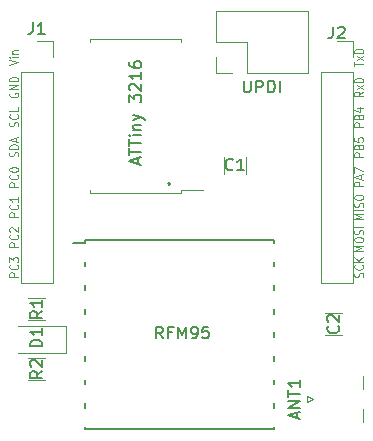
<source format=gto>
%TF.GenerationSoftware,KiCad,Pcbnew,(5.1.10)-1*%
%TF.CreationDate,2021-12-26T22:15:38+01:00*%
%TF.ProjectId,LORA_ATTINY_v3,4c4f5241-5f41-4545-9449-4e595f76332e,rev?*%
%TF.SameCoordinates,Original*%
%TF.FileFunction,Legend,Top*%
%TF.FilePolarity,Positive*%
%FSLAX46Y46*%
G04 Gerber Fmt 4.6, Leading zero omitted, Abs format (unit mm)*
G04 Created by KiCad (PCBNEW (5.1.10)-1) date 2021-12-26 22:15:38*
%MOMM*%
%LPD*%
G01*
G04 APERTURE LIST*
%ADD10C,0.250000*%
%ADD11C,0.100000*%
%ADD12C,0.120000*%
%ADD13C,0.200000*%
%ADD14C,0.150000*%
G04 APERTURE END LIST*
D10*
X69596000Y-56364142D02*
X69643619Y-56411761D01*
X69596000Y-56459380D01*
X69548380Y-56411761D01*
X69596000Y-56364142D01*
X69596000Y-56459380D01*
D11*
X56854285Y-64304761D02*
X56104285Y-64304761D01*
X56104285Y-64057142D01*
X56140000Y-63995238D01*
X56175714Y-63964285D01*
X56247142Y-63933333D01*
X56354285Y-63933333D01*
X56425714Y-63964285D01*
X56461428Y-63995238D01*
X56497142Y-64057142D01*
X56497142Y-64304761D01*
X56782857Y-63283333D02*
X56818571Y-63314285D01*
X56854285Y-63407142D01*
X56854285Y-63469047D01*
X56818571Y-63561904D01*
X56747142Y-63623809D01*
X56675714Y-63654761D01*
X56532857Y-63685714D01*
X56425714Y-63685714D01*
X56282857Y-63654761D01*
X56211428Y-63623809D01*
X56140000Y-63561904D01*
X56104285Y-63469047D01*
X56104285Y-63407142D01*
X56140000Y-63314285D01*
X56175714Y-63283333D01*
X56104285Y-63066666D02*
X56104285Y-62664285D01*
X56390000Y-62880952D01*
X56390000Y-62788095D01*
X56425714Y-62726190D01*
X56461428Y-62695238D01*
X56532857Y-62664285D01*
X56711428Y-62664285D01*
X56782857Y-62695238D01*
X56818571Y-62726190D01*
X56854285Y-62788095D01*
X56854285Y-62973809D01*
X56818571Y-63035714D01*
X56782857Y-63066666D01*
X56854285Y-61764761D02*
X56104285Y-61764761D01*
X56104285Y-61517142D01*
X56140000Y-61455238D01*
X56175714Y-61424285D01*
X56247142Y-61393333D01*
X56354285Y-61393333D01*
X56425714Y-61424285D01*
X56461428Y-61455238D01*
X56497142Y-61517142D01*
X56497142Y-61764761D01*
X56782857Y-60743333D02*
X56818571Y-60774285D01*
X56854285Y-60867142D01*
X56854285Y-60929047D01*
X56818571Y-61021904D01*
X56747142Y-61083809D01*
X56675714Y-61114761D01*
X56532857Y-61145714D01*
X56425714Y-61145714D01*
X56282857Y-61114761D01*
X56211428Y-61083809D01*
X56140000Y-61021904D01*
X56104285Y-60929047D01*
X56104285Y-60867142D01*
X56140000Y-60774285D01*
X56175714Y-60743333D01*
X56175714Y-60495714D02*
X56140000Y-60464761D01*
X56104285Y-60402857D01*
X56104285Y-60248095D01*
X56140000Y-60186190D01*
X56175714Y-60155238D01*
X56247142Y-60124285D01*
X56318571Y-60124285D01*
X56425714Y-60155238D01*
X56854285Y-60526666D01*
X56854285Y-60124285D01*
X56854285Y-59224761D02*
X56104285Y-59224761D01*
X56104285Y-58977142D01*
X56140000Y-58915238D01*
X56175714Y-58884285D01*
X56247142Y-58853333D01*
X56354285Y-58853333D01*
X56425714Y-58884285D01*
X56461428Y-58915238D01*
X56497142Y-58977142D01*
X56497142Y-59224761D01*
X56782857Y-58203333D02*
X56818571Y-58234285D01*
X56854285Y-58327142D01*
X56854285Y-58389047D01*
X56818571Y-58481904D01*
X56747142Y-58543809D01*
X56675714Y-58574761D01*
X56532857Y-58605714D01*
X56425714Y-58605714D01*
X56282857Y-58574761D01*
X56211428Y-58543809D01*
X56140000Y-58481904D01*
X56104285Y-58389047D01*
X56104285Y-58327142D01*
X56140000Y-58234285D01*
X56175714Y-58203333D01*
X56854285Y-57584285D02*
X56854285Y-57955714D01*
X56854285Y-57770000D02*
X56104285Y-57770000D01*
X56211428Y-57831904D01*
X56282857Y-57893809D01*
X56318571Y-57955714D01*
X56854285Y-56684761D02*
X56104285Y-56684761D01*
X56104285Y-56437142D01*
X56140000Y-56375238D01*
X56175714Y-56344285D01*
X56247142Y-56313333D01*
X56354285Y-56313333D01*
X56425714Y-56344285D01*
X56461428Y-56375238D01*
X56497142Y-56437142D01*
X56497142Y-56684761D01*
X56782857Y-55663333D02*
X56818571Y-55694285D01*
X56854285Y-55787142D01*
X56854285Y-55849047D01*
X56818571Y-55941904D01*
X56747142Y-56003809D01*
X56675714Y-56034761D01*
X56532857Y-56065714D01*
X56425714Y-56065714D01*
X56282857Y-56034761D01*
X56211428Y-56003809D01*
X56140000Y-55941904D01*
X56104285Y-55849047D01*
X56104285Y-55787142D01*
X56140000Y-55694285D01*
X56175714Y-55663333D01*
X56104285Y-55260952D02*
X56104285Y-55199047D01*
X56140000Y-55137142D01*
X56175714Y-55106190D01*
X56247142Y-55075238D01*
X56390000Y-55044285D01*
X56568571Y-55044285D01*
X56711428Y-55075238D01*
X56782857Y-55106190D01*
X56818571Y-55137142D01*
X56854285Y-55199047D01*
X56854285Y-55260952D01*
X56818571Y-55322857D01*
X56782857Y-55353809D01*
X56711428Y-55384761D01*
X56568571Y-55415714D01*
X56390000Y-55415714D01*
X56247142Y-55384761D01*
X56175714Y-55353809D01*
X56140000Y-55322857D01*
X56104285Y-55260952D01*
X56818571Y-54129285D02*
X56854285Y-54036428D01*
X56854285Y-53881666D01*
X56818571Y-53819761D01*
X56782857Y-53788809D01*
X56711428Y-53757857D01*
X56640000Y-53757857D01*
X56568571Y-53788809D01*
X56532857Y-53819761D01*
X56497142Y-53881666D01*
X56461428Y-54005476D01*
X56425714Y-54067380D01*
X56390000Y-54098333D01*
X56318571Y-54129285D01*
X56247142Y-54129285D01*
X56175714Y-54098333D01*
X56140000Y-54067380D01*
X56104285Y-54005476D01*
X56104285Y-53850714D01*
X56140000Y-53757857D01*
X56854285Y-53479285D02*
X56104285Y-53479285D01*
X56104285Y-53324523D01*
X56140000Y-53231666D01*
X56211428Y-53169761D01*
X56282857Y-53138809D01*
X56425714Y-53107857D01*
X56532857Y-53107857D01*
X56675714Y-53138809D01*
X56747142Y-53169761D01*
X56818571Y-53231666D01*
X56854285Y-53324523D01*
X56854285Y-53479285D01*
X56640000Y-52860238D02*
X56640000Y-52550714D01*
X56854285Y-52922142D02*
X56104285Y-52705476D01*
X56854285Y-52488809D01*
X56818571Y-51573809D02*
X56854285Y-51480952D01*
X56854285Y-51326190D01*
X56818571Y-51264285D01*
X56782857Y-51233333D01*
X56711428Y-51202380D01*
X56640000Y-51202380D01*
X56568571Y-51233333D01*
X56532857Y-51264285D01*
X56497142Y-51326190D01*
X56461428Y-51450000D01*
X56425714Y-51511904D01*
X56390000Y-51542857D01*
X56318571Y-51573809D01*
X56247142Y-51573809D01*
X56175714Y-51542857D01*
X56140000Y-51511904D01*
X56104285Y-51450000D01*
X56104285Y-51295238D01*
X56140000Y-51202380D01*
X56782857Y-50552380D02*
X56818571Y-50583333D01*
X56854285Y-50676190D01*
X56854285Y-50738095D01*
X56818571Y-50830952D01*
X56747142Y-50892857D01*
X56675714Y-50923809D01*
X56532857Y-50954761D01*
X56425714Y-50954761D01*
X56282857Y-50923809D01*
X56211428Y-50892857D01*
X56140000Y-50830952D01*
X56104285Y-50738095D01*
X56104285Y-50676190D01*
X56140000Y-50583333D01*
X56175714Y-50552380D01*
X56854285Y-49964285D02*
X56854285Y-50273809D01*
X56104285Y-50273809D01*
X56140000Y-48755238D02*
X56104285Y-48817142D01*
X56104285Y-48910000D01*
X56140000Y-49002857D01*
X56211428Y-49064761D01*
X56282857Y-49095714D01*
X56425714Y-49126666D01*
X56532857Y-49126666D01*
X56675714Y-49095714D01*
X56747142Y-49064761D01*
X56818571Y-49002857D01*
X56854285Y-48910000D01*
X56854285Y-48848095D01*
X56818571Y-48755238D01*
X56782857Y-48724285D01*
X56532857Y-48724285D01*
X56532857Y-48848095D01*
X56854285Y-48445714D02*
X56104285Y-48445714D01*
X56854285Y-48074285D01*
X56104285Y-48074285D01*
X56854285Y-47764761D02*
X56104285Y-47764761D01*
X56104285Y-47610000D01*
X56140000Y-47517142D01*
X56211428Y-47455238D01*
X56282857Y-47424285D01*
X56425714Y-47393333D01*
X56532857Y-47393333D01*
X56675714Y-47424285D01*
X56747142Y-47455238D01*
X56818571Y-47517142D01*
X56854285Y-47610000D01*
X56854285Y-47764761D01*
X56104285Y-46385476D02*
X56854285Y-46168809D01*
X56104285Y-45952142D01*
X56854285Y-45735476D02*
X56354285Y-45735476D01*
X56104285Y-45735476D02*
X56140000Y-45766428D01*
X56175714Y-45735476D01*
X56140000Y-45704523D01*
X56104285Y-45735476D01*
X56175714Y-45735476D01*
X56354285Y-45425952D02*
X56854285Y-45425952D01*
X56425714Y-45425952D02*
X56390000Y-45395000D01*
X56354285Y-45333095D01*
X56354285Y-45240238D01*
X56390000Y-45178333D01*
X56461428Y-45147380D01*
X56854285Y-45147380D01*
X85314285Y-46493809D02*
X85314285Y-46122380D01*
X86064285Y-46308095D02*
X85314285Y-46308095D01*
X86064285Y-45967619D02*
X85564285Y-45627142D01*
X85564285Y-45967619D02*
X86064285Y-45627142D01*
X86064285Y-45379523D02*
X85314285Y-45379523D01*
X85314285Y-45224761D01*
X85350000Y-45131904D01*
X85421428Y-45070000D01*
X85492857Y-45039047D01*
X85635714Y-45008095D01*
X85742857Y-45008095D01*
X85885714Y-45039047D01*
X85957142Y-45070000D01*
X86028571Y-45131904D01*
X86064285Y-45224761D01*
X86064285Y-45379523D01*
X86064285Y-48646904D02*
X85707142Y-48863571D01*
X86064285Y-49018333D02*
X85314285Y-49018333D01*
X85314285Y-48770714D01*
X85350000Y-48708809D01*
X85385714Y-48677857D01*
X85457142Y-48646904D01*
X85564285Y-48646904D01*
X85635714Y-48677857D01*
X85671428Y-48708809D01*
X85707142Y-48770714D01*
X85707142Y-49018333D01*
X86064285Y-48430238D02*
X85564285Y-48089761D01*
X85564285Y-48430238D02*
X86064285Y-48089761D01*
X86064285Y-47842142D02*
X85314285Y-47842142D01*
X85314285Y-47687380D01*
X85350000Y-47594523D01*
X85421428Y-47532619D01*
X85492857Y-47501666D01*
X85635714Y-47470714D01*
X85742857Y-47470714D01*
X85885714Y-47501666D01*
X85957142Y-47532619D01*
X86028571Y-47594523D01*
X86064285Y-47687380D01*
X86064285Y-47842142D01*
X86064285Y-51604761D02*
X85314285Y-51604761D01*
X85314285Y-51357142D01*
X85350000Y-51295238D01*
X85385714Y-51264285D01*
X85457142Y-51233333D01*
X85564285Y-51233333D01*
X85635714Y-51264285D01*
X85671428Y-51295238D01*
X85707142Y-51357142D01*
X85707142Y-51604761D01*
X85671428Y-50738095D02*
X85707142Y-50645238D01*
X85742857Y-50614285D01*
X85814285Y-50583333D01*
X85921428Y-50583333D01*
X85992857Y-50614285D01*
X86028571Y-50645238D01*
X86064285Y-50707142D01*
X86064285Y-50954761D01*
X85314285Y-50954761D01*
X85314285Y-50738095D01*
X85350000Y-50676190D01*
X85385714Y-50645238D01*
X85457142Y-50614285D01*
X85528571Y-50614285D01*
X85600000Y-50645238D01*
X85635714Y-50676190D01*
X85671428Y-50738095D01*
X85671428Y-50954761D01*
X85564285Y-50026190D02*
X86064285Y-50026190D01*
X85278571Y-50180952D02*
X85814285Y-50335714D01*
X85814285Y-49933333D01*
X86064285Y-54144761D02*
X85314285Y-54144761D01*
X85314285Y-53897142D01*
X85350000Y-53835238D01*
X85385714Y-53804285D01*
X85457142Y-53773333D01*
X85564285Y-53773333D01*
X85635714Y-53804285D01*
X85671428Y-53835238D01*
X85707142Y-53897142D01*
X85707142Y-54144761D01*
X85671428Y-53278095D02*
X85707142Y-53185238D01*
X85742857Y-53154285D01*
X85814285Y-53123333D01*
X85921428Y-53123333D01*
X85992857Y-53154285D01*
X86028571Y-53185238D01*
X86064285Y-53247142D01*
X86064285Y-53494761D01*
X85314285Y-53494761D01*
X85314285Y-53278095D01*
X85350000Y-53216190D01*
X85385714Y-53185238D01*
X85457142Y-53154285D01*
X85528571Y-53154285D01*
X85600000Y-53185238D01*
X85635714Y-53216190D01*
X85671428Y-53278095D01*
X85671428Y-53494761D01*
X85314285Y-52535238D02*
X85314285Y-52844761D01*
X85671428Y-52875714D01*
X85635714Y-52844761D01*
X85600000Y-52782857D01*
X85600000Y-52628095D01*
X85635714Y-52566190D01*
X85671428Y-52535238D01*
X85742857Y-52504285D01*
X85921428Y-52504285D01*
X85992857Y-52535238D01*
X86028571Y-52566190D01*
X86064285Y-52628095D01*
X86064285Y-52782857D01*
X86028571Y-52844761D01*
X85992857Y-52875714D01*
X86064285Y-56638333D02*
X85314285Y-56638333D01*
X85314285Y-56390714D01*
X85350000Y-56328809D01*
X85385714Y-56297857D01*
X85457142Y-56266904D01*
X85564285Y-56266904D01*
X85635714Y-56297857D01*
X85671428Y-56328809D01*
X85707142Y-56390714D01*
X85707142Y-56638333D01*
X85850000Y-56019285D02*
X85850000Y-55709761D01*
X86064285Y-56081190D02*
X85314285Y-55864523D01*
X86064285Y-55647857D01*
X85314285Y-55493095D02*
X85314285Y-55059761D01*
X86064285Y-55338333D01*
X86064285Y-59441428D02*
X85314285Y-59441428D01*
X85850000Y-59224761D01*
X85314285Y-59008095D01*
X86064285Y-59008095D01*
X86064285Y-58698571D02*
X85314285Y-58698571D01*
X86028571Y-58420000D02*
X86064285Y-58327142D01*
X86064285Y-58172380D01*
X86028571Y-58110476D01*
X85992857Y-58079523D01*
X85921428Y-58048571D01*
X85850000Y-58048571D01*
X85778571Y-58079523D01*
X85742857Y-58110476D01*
X85707142Y-58172380D01*
X85671428Y-58296190D01*
X85635714Y-58358095D01*
X85600000Y-58389047D01*
X85528571Y-58420000D01*
X85457142Y-58420000D01*
X85385714Y-58389047D01*
X85350000Y-58358095D01*
X85314285Y-58296190D01*
X85314285Y-58141428D01*
X85350000Y-58048571D01*
X85314285Y-57646190D02*
X85314285Y-57522380D01*
X85350000Y-57460476D01*
X85421428Y-57398571D01*
X85564285Y-57367619D01*
X85814285Y-57367619D01*
X85957142Y-57398571D01*
X86028571Y-57460476D01*
X86064285Y-57522380D01*
X86064285Y-57646190D01*
X86028571Y-57708095D01*
X85957142Y-57770000D01*
X85814285Y-57800952D01*
X85564285Y-57800952D01*
X85421428Y-57770000D01*
X85350000Y-57708095D01*
X85314285Y-57646190D01*
X86064285Y-62108428D02*
X85314285Y-62108428D01*
X85850000Y-61891761D01*
X85314285Y-61675095D01*
X86064285Y-61675095D01*
X85314285Y-61241761D02*
X85314285Y-61117952D01*
X85350000Y-61056047D01*
X85421428Y-60994142D01*
X85564285Y-60963190D01*
X85814285Y-60963190D01*
X85957142Y-60994142D01*
X86028571Y-61056047D01*
X86064285Y-61117952D01*
X86064285Y-61241761D01*
X86028571Y-61303666D01*
X85957142Y-61365571D01*
X85814285Y-61396523D01*
X85564285Y-61396523D01*
X85421428Y-61365571D01*
X85350000Y-61303666D01*
X85314285Y-61241761D01*
X86028571Y-60715571D02*
X86064285Y-60622714D01*
X86064285Y-60467952D01*
X86028571Y-60406047D01*
X85992857Y-60375095D01*
X85921428Y-60344142D01*
X85850000Y-60344142D01*
X85778571Y-60375095D01*
X85742857Y-60406047D01*
X85707142Y-60467952D01*
X85671428Y-60591761D01*
X85635714Y-60653666D01*
X85600000Y-60684619D01*
X85528571Y-60715571D01*
X85457142Y-60715571D01*
X85385714Y-60684619D01*
X85350000Y-60653666D01*
X85314285Y-60591761D01*
X85314285Y-60437000D01*
X85350000Y-60344142D01*
X86064285Y-60065571D02*
X85314285Y-60065571D01*
X86028571Y-64335714D02*
X86064285Y-64242857D01*
X86064285Y-64088095D01*
X86028571Y-64026190D01*
X85992857Y-63995238D01*
X85921428Y-63964285D01*
X85850000Y-63964285D01*
X85778571Y-63995238D01*
X85742857Y-64026190D01*
X85707142Y-64088095D01*
X85671428Y-64211904D01*
X85635714Y-64273809D01*
X85600000Y-64304761D01*
X85528571Y-64335714D01*
X85457142Y-64335714D01*
X85385714Y-64304761D01*
X85350000Y-64273809D01*
X85314285Y-64211904D01*
X85314285Y-64057142D01*
X85350000Y-63964285D01*
X85992857Y-63314285D02*
X86028571Y-63345238D01*
X86064285Y-63438095D01*
X86064285Y-63500000D01*
X86028571Y-63592857D01*
X85957142Y-63654761D01*
X85885714Y-63685714D01*
X85742857Y-63716666D01*
X85635714Y-63716666D01*
X85492857Y-63685714D01*
X85421428Y-63654761D01*
X85350000Y-63592857D01*
X85314285Y-63500000D01*
X85314285Y-63438095D01*
X85350000Y-63345238D01*
X85385714Y-63314285D01*
X86064285Y-63035714D02*
X85314285Y-63035714D01*
X86064285Y-62664285D02*
X85635714Y-62942857D01*
X85314285Y-62664285D02*
X85742857Y-63035714D01*
D12*
%TO.C,ANT1*%
X86074000Y-73836000D02*
X86074000Y-72726000D01*
X86074000Y-76626000D02*
X86074000Y-75516000D01*
X81814000Y-74676000D02*
X81314000Y-74426000D01*
X81314000Y-74426000D02*
X81314000Y-74926000D01*
X81314000Y-74926000D02*
X81814000Y-74676000D01*
%TO.C,C1*%
X76094000Y-55575252D02*
X76094000Y-54152748D01*
X74274000Y-55575252D02*
X74274000Y-54152748D01*
%TO.C,C2*%
X82854748Y-67416000D02*
X84277252Y-67416000D01*
X82854748Y-69236000D02*
X84277252Y-69236000D01*
%TO.C,D1*%
X60880000Y-68461000D02*
X56820000Y-68461000D01*
X60880000Y-70731000D02*
X60880000Y-68461000D01*
X56820000Y-70731000D02*
X60880000Y-70731000D01*
%TO.C,J1*%
X58420000Y-44390000D02*
X59750000Y-44390000D01*
X59750000Y-44390000D02*
X59750000Y-45720000D01*
X59750000Y-46990000D02*
X59750000Y-64830000D01*
X57090000Y-64830000D02*
X59750000Y-64830000D01*
X57090000Y-46990000D02*
X57090000Y-64830000D01*
X57090000Y-46990000D02*
X59750000Y-46990000D01*
%TO.C,J2*%
X82490000Y-46990000D02*
X85150000Y-46990000D01*
X82490000Y-46990000D02*
X82490000Y-64830000D01*
X82490000Y-64830000D02*
X85150000Y-64830000D01*
X85150000Y-46990000D02*
X85150000Y-64830000D01*
X85150000Y-44390000D02*
X85150000Y-45720000D01*
X83820000Y-44390000D02*
X85150000Y-44390000D01*
%TO.C,UPDI*%
X73600000Y-47050000D02*
X73600000Y-45720000D01*
X74930000Y-47050000D02*
X73600000Y-47050000D01*
X73600000Y-44450000D02*
X73600000Y-41850000D01*
X76200000Y-44450000D02*
X73600000Y-44450000D01*
X76200000Y-47050000D02*
X76200000Y-44450000D01*
X73600000Y-41850000D02*
X81340000Y-41850000D01*
X76200000Y-47050000D02*
X81340000Y-47050000D01*
X81340000Y-47050000D02*
X81340000Y-41850000D01*
%TO.C,R1*%
X57692936Y-66146000D02*
X59147064Y-66146000D01*
X57692936Y-67966000D02*
X59147064Y-67966000D01*
%TO.C,R2*%
X59147064Y-71226000D02*
X57692936Y-71226000D01*
X59147064Y-73046000D02*
X57692936Y-73046000D01*
D13*
%TO.C,RFM95*%
X62484000Y-61230000D02*
X78484000Y-61230000D01*
X62484000Y-73030000D02*
X62484000Y-73430000D01*
X62484000Y-71030000D02*
X62484000Y-71430000D01*
X62484000Y-69030000D02*
X62484000Y-69430000D01*
X62484000Y-67030000D02*
X62484000Y-67430000D01*
X62484000Y-65430000D02*
X62484000Y-65030000D01*
X62484000Y-63430000D02*
X62484000Y-63030000D01*
X61484000Y-61430000D02*
X62484000Y-61430000D01*
X62484000Y-61430000D02*
X62484000Y-61230000D01*
X62484000Y-75030000D02*
X62484000Y-75430000D01*
X78484000Y-61230000D02*
X78484000Y-61430000D01*
X78484000Y-63030000D02*
X78484000Y-63430000D01*
X78484000Y-65030000D02*
X78484000Y-65430000D01*
X78484000Y-67030000D02*
X78484000Y-67430000D01*
X78484000Y-69030000D02*
X78484000Y-69430000D01*
X78484000Y-71030000D02*
X78484000Y-71430000D01*
X78484000Y-73030000D02*
X78484000Y-73430000D01*
X78484000Y-75030000D02*
X78484000Y-75430000D01*
X78484000Y-77030000D02*
X78484000Y-77230000D01*
X78484000Y-77230000D02*
X62484000Y-77230000D01*
X62484000Y-77230000D02*
X62484000Y-77030000D01*
D12*
%TO.C,ATTiny 3216*%
X70662000Y-56948000D02*
X72477000Y-56948000D01*
X70662000Y-57183000D02*
X70662000Y-56948000D01*
X66802000Y-57183000D02*
X70662000Y-57183000D01*
X62942000Y-57183000D02*
X62942000Y-56948000D01*
X66802000Y-57183000D02*
X62942000Y-57183000D01*
X70662000Y-44163000D02*
X70662000Y-44398000D01*
X66802000Y-44163000D02*
X70662000Y-44163000D01*
X62942000Y-44163000D02*
X62942000Y-44398000D01*
X66802000Y-44163000D02*
X62942000Y-44163000D01*
%TO.C,ANT1*%
D14*
X80430666Y-76295047D02*
X80430666Y-75818857D01*
X80716380Y-76390285D02*
X79716380Y-76056952D01*
X80716380Y-75723619D01*
X80716380Y-75390285D02*
X79716380Y-75390285D01*
X80716380Y-74818857D01*
X79716380Y-74818857D01*
X79716380Y-74485523D02*
X79716380Y-73914095D01*
X80716380Y-74199809D02*
X79716380Y-74199809D01*
X80716380Y-73056952D02*
X80716380Y-73628380D01*
X80716380Y-73342666D02*
X79716380Y-73342666D01*
X79859238Y-73437904D01*
X79954476Y-73533142D01*
X80002095Y-73628380D01*
%TO.C,C1*%
X75017333Y-55221142D02*
X74969714Y-55268761D01*
X74826857Y-55316380D01*
X74731619Y-55316380D01*
X74588761Y-55268761D01*
X74493523Y-55173523D01*
X74445904Y-55078285D01*
X74398285Y-54887809D01*
X74398285Y-54744952D01*
X74445904Y-54554476D01*
X74493523Y-54459238D01*
X74588761Y-54364000D01*
X74731619Y-54316380D01*
X74826857Y-54316380D01*
X74969714Y-54364000D01*
X75017333Y-54411619D01*
X75969714Y-55316380D02*
X75398285Y-55316380D01*
X75684000Y-55316380D02*
X75684000Y-54316380D01*
X75588761Y-54459238D01*
X75493523Y-54554476D01*
X75398285Y-54602095D01*
%TO.C,C2*%
X83923142Y-68492666D02*
X83970761Y-68540285D01*
X84018380Y-68683142D01*
X84018380Y-68778380D01*
X83970761Y-68921238D01*
X83875523Y-69016476D01*
X83780285Y-69064095D01*
X83589809Y-69111714D01*
X83446952Y-69111714D01*
X83256476Y-69064095D01*
X83161238Y-69016476D01*
X83066000Y-68921238D01*
X83018380Y-68778380D01*
X83018380Y-68683142D01*
X83066000Y-68540285D01*
X83113619Y-68492666D01*
X83113619Y-68111714D02*
X83066000Y-68064095D01*
X83018380Y-67968857D01*
X83018380Y-67730761D01*
X83066000Y-67635523D01*
X83113619Y-67587904D01*
X83208857Y-67540285D01*
X83304095Y-67540285D01*
X83446952Y-67587904D01*
X84018380Y-68159333D01*
X84018380Y-67540285D01*
%TO.C,D1*%
X58872380Y-70207095D02*
X57872380Y-70207095D01*
X57872380Y-69969000D01*
X57920000Y-69826142D01*
X58015238Y-69730904D01*
X58110476Y-69683285D01*
X58300952Y-69635666D01*
X58443809Y-69635666D01*
X58634285Y-69683285D01*
X58729523Y-69730904D01*
X58824761Y-69826142D01*
X58872380Y-69969000D01*
X58872380Y-70207095D01*
X58872380Y-68683285D02*
X58872380Y-69254714D01*
X58872380Y-68969000D02*
X57872380Y-68969000D01*
X58015238Y-69064238D01*
X58110476Y-69159476D01*
X58158095Y-69254714D01*
%TO.C,J1*%
X58086666Y-42759380D02*
X58086666Y-43473666D01*
X58039047Y-43616523D01*
X57943809Y-43711761D01*
X57800952Y-43759380D01*
X57705714Y-43759380D01*
X59086666Y-43759380D02*
X58515238Y-43759380D01*
X58800952Y-43759380D02*
X58800952Y-42759380D01*
X58705714Y-42902238D01*
X58610476Y-42997476D01*
X58515238Y-43045095D01*
%TO.C,J2*%
X83486666Y-43140380D02*
X83486666Y-43854666D01*
X83439047Y-43997523D01*
X83343809Y-44092761D01*
X83200952Y-44140380D01*
X83105714Y-44140380D01*
X83915238Y-43235619D02*
X83962857Y-43188000D01*
X84058095Y-43140380D01*
X84296190Y-43140380D01*
X84391428Y-43188000D01*
X84439047Y-43235619D01*
X84486666Y-43330857D01*
X84486666Y-43426095D01*
X84439047Y-43568952D01*
X83867619Y-44140380D01*
X84486666Y-44140380D01*
%TO.C,UPDI*%
X75946190Y-47712380D02*
X75946190Y-48521904D01*
X75993809Y-48617142D01*
X76041428Y-48664761D01*
X76136666Y-48712380D01*
X76327142Y-48712380D01*
X76422380Y-48664761D01*
X76470000Y-48617142D01*
X76517619Y-48521904D01*
X76517619Y-47712380D01*
X76993809Y-48712380D02*
X76993809Y-47712380D01*
X77374761Y-47712380D01*
X77470000Y-47760000D01*
X77517619Y-47807619D01*
X77565238Y-47902857D01*
X77565238Y-48045714D01*
X77517619Y-48140952D01*
X77470000Y-48188571D01*
X77374761Y-48236190D01*
X76993809Y-48236190D01*
X77993809Y-48712380D02*
X77993809Y-47712380D01*
X78231904Y-47712380D01*
X78374761Y-47760000D01*
X78470000Y-47855238D01*
X78517619Y-47950476D01*
X78565238Y-48140952D01*
X78565238Y-48283809D01*
X78517619Y-48474285D01*
X78470000Y-48569523D01*
X78374761Y-48664761D01*
X78231904Y-48712380D01*
X77993809Y-48712380D01*
X78993809Y-48712380D02*
X78993809Y-47712380D01*
%TO.C,R1*%
X58872380Y-67222666D02*
X58396190Y-67556000D01*
X58872380Y-67794095D02*
X57872380Y-67794095D01*
X57872380Y-67413142D01*
X57920000Y-67317904D01*
X57967619Y-67270285D01*
X58062857Y-67222666D01*
X58205714Y-67222666D01*
X58300952Y-67270285D01*
X58348571Y-67317904D01*
X58396190Y-67413142D01*
X58396190Y-67794095D01*
X58872380Y-66270285D02*
X58872380Y-66841714D01*
X58872380Y-66556000D02*
X57872380Y-66556000D01*
X58015238Y-66651238D01*
X58110476Y-66746476D01*
X58158095Y-66841714D01*
%TO.C,R2*%
X58872380Y-72302666D02*
X58396190Y-72636000D01*
X58872380Y-72874095D02*
X57872380Y-72874095D01*
X57872380Y-72493142D01*
X57920000Y-72397904D01*
X57967619Y-72350285D01*
X58062857Y-72302666D01*
X58205714Y-72302666D01*
X58300952Y-72350285D01*
X58348571Y-72397904D01*
X58396190Y-72493142D01*
X58396190Y-72874095D01*
X57967619Y-71921714D02*
X57920000Y-71874095D01*
X57872380Y-71778857D01*
X57872380Y-71540761D01*
X57920000Y-71445523D01*
X57967619Y-71397904D01*
X58062857Y-71350285D01*
X58158095Y-71350285D01*
X58300952Y-71397904D01*
X58872380Y-71969333D01*
X58872380Y-71350285D01*
%TO.C,RFM95*%
X69096142Y-69540380D02*
X68762809Y-69064190D01*
X68524714Y-69540380D02*
X68524714Y-68540380D01*
X68905666Y-68540380D01*
X69000904Y-68588000D01*
X69048523Y-68635619D01*
X69096142Y-68730857D01*
X69096142Y-68873714D01*
X69048523Y-68968952D01*
X69000904Y-69016571D01*
X68905666Y-69064190D01*
X68524714Y-69064190D01*
X69858047Y-69016571D02*
X69524714Y-69016571D01*
X69524714Y-69540380D02*
X69524714Y-68540380D01*
X70000904Y-68540380D01*
X70381857Y-69540380D02*
X70381857Y-68540380D01*
X70715190Y-69254666D01*
X71048523Y-68540380D01*
X71048523Y-69540380D01*
X71572333Y-69540380D02*
X71762809Y-69540380D01*
X71858047Y-69492761D01*
X71905666Y-69445142D01*
X72000904Y-69302285D01*
X72048523Y-69111809D01*
X72048523Y-68730857D01*
X72000904Y-68635619D01*
X71953285Y-68588000D01*
X71858047Y-68540380D01*
X71667571Y-68540380D01*
X71572333Y-68588000D01*
X71524714Y-68635619D01*
X71477095Y-68730857D01*
X71477095Y-68968952D01*
X71524714Y-69064190D01*
X71572333Y-69111809D01*
X71667571Y-69159428D01*
X71858047Y-69159428D01*
X71953285Y-69111809D01*
X72000904Y-69064190D01*
X72048523Y-68968952D01*
X72953285Y-68540380D02*
X72477095Y-68540380D01*
X72429476Y-69016571D01*
X72477095Y-68968952D01*
X72572333Y-68921333D01*
X72810428Y-68921333D01*
X72905666Y-68968952D01*
X72953285Y-69016571D01*
X73000904Y-69111809D01*
X73000904Y-69349904D01*
X72953285Y-69445142D01*
X72905666Y-69492761D01*
X72810428Y-69540380D01*
X72572333Y-69540380D01*
X72477095Y-69492761D01*
X72429476Y-69445142D01*
%TO.C,ATTiny 3216*%
X66968666Y-54776142D02*
X66968666Y-54299952D01*
X67254380Y-54871380D02*
X66254380Y-54538047D01*
X67254380Y-54204714D01*
X66254380Y-54014238D02*
X66254380Y-53442809D01*
X67254380Y-53728523D02*
X66254380Y-53728523D01*
X66254380Y-53252333D02*
X66254380Y-52680904D01*
X67254380Y-52966619D02*
X66254380Y-52966619D01*
X67254380Y-52347571D02*
X66587714Y-52347571D01*
X66254380Y-52347571D02*
X66302000Y-52395190D01*
X66349619Y-52347571D01*
X66302000Y-52299952D01*
X66254380Y-52347571D01*
X66349619Y-52347571D01*
X66587714Y-51871380D02*
X67254380Y-51871380D01*
X66682952Y-51871380D02*
X66635333Y-51823761D01*
X66587714Y-51728523D01*
X66587714Y-51585666D01*
X66635333Y-51490428D01*
X66730571Y-51442809D01*
X67254380Y-51442809D01*
X66587714Y-51061857D02*
X67254380Y-50823761D01*
X66587714Y-50585666D02*
X67254380Y-50823761D01*
X67492476Y-50919000D01*
X67540095Y-50966619D01*
X67587714Y-51061857D01*
X66254380Y-49538047D02*
X66254380Y-48919000D01*
X66635333Y-49252333D01*
X66635333Y-49109476D01*
X66682952Y-49014238D01*
X66730571Y-48966619D01*
X66825809Y-48919000D01*
X67063904Y-48919000D01*
X67159142Y-48966619D01*
X67206761Y-49014238D01*
X67254380Y-49109476D01*
X67254380Y-49395190D01*
X67206761Y-49490428D01*
X67159142Y-49538047D01*
X66349619Y-48538047D02*
X66302000Y-48490428D01*
X66254380Y-48395190D01*
X66254380Y-48157095D01*
X66302000Y-48061857D01*
X66349619Y-48014238D01*
X66444857Y-47966619D01*
X66540095Y-47966619D01*
X66682952Y-48014238D01*
X67254380Y-48585666D01*
X67254380Y-47966619D01*
X67254380Y-47014238D02*
X67254380Y-47585666D01*
X67254380Y-47299952D02*
X66254380Y-47299952D01*
X66397238Y-47395190D01*
X66492476Y-47490428D01*
X66540095Y-47585666D01*
X66254380Y-46157095D02*
X66254380Y-46347571D01*
X66302000Y-46442809D01*
X66349619Y-46490428D01*
X66492476Y-46585666D01*
X66682952Y-46633285D01*
X67063904Y-46633285D01*
X67159142Y-46585666D01*
X67206761Y-46538047D01*
X67254380Y-46442809D01*
X67254380Y-46252333D01*
X67206761Y-46157095D01*
X67159142Y-46109476D01*
X67063904Y-46061857D01*
X66825809Y-46061857D01*
X66730571Y-46109476D01*
X66682952Y-46157095D01*
X66635333Y-46252333D01*
X66635333Y-46442809D01*
X66682952Y-46538047D01*
X66730571Y-46585666D01*
X66825809Y-46633285D01*
%TD*%
M02*

</source>
